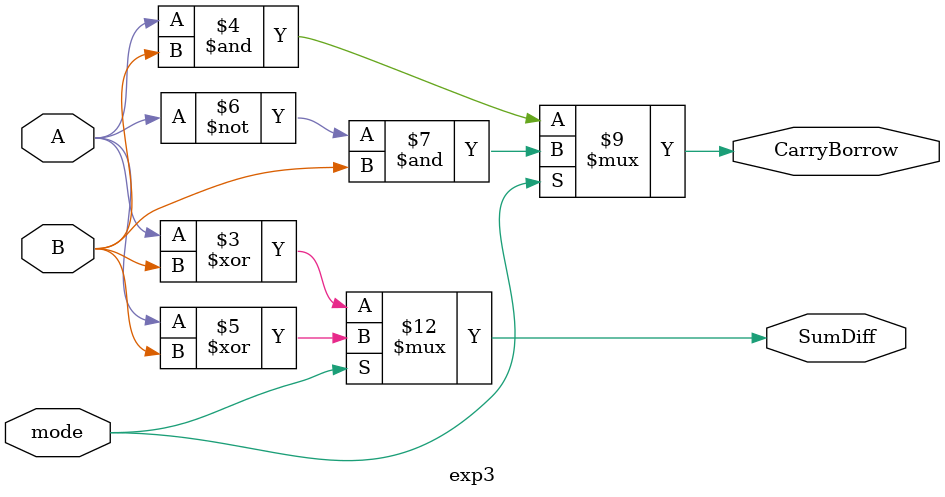
<source format=v>
module exp3 (
    input A,           // First input bit
    input B,           // Second input bit
    input mode,        // Mode select: 0 = Half Adder, 1 = Half Subtractor
    output reg SumDiff, // Sum (if mode=0) or Difference (if mode=1)
    output reg CarryBorrow // Carry (if mode=0) or Borrow (if mode=1)
);

always @(*) begin
    if (mode == 1'b0) begin
        // Half Adder Mode
        SumDiff = A ^ B;             // Sum = A XOR B
        CarryBorrow = A & B;         // Carry = A AND B
    end else begin
        // Half Subtractor Mode
        SumDiff = A ^ B;             // Difference = A XOR B
        CarryBorrow = (~A) & B;      // Borrow = NOT A AND B
    end
end

endmodule
</source>
